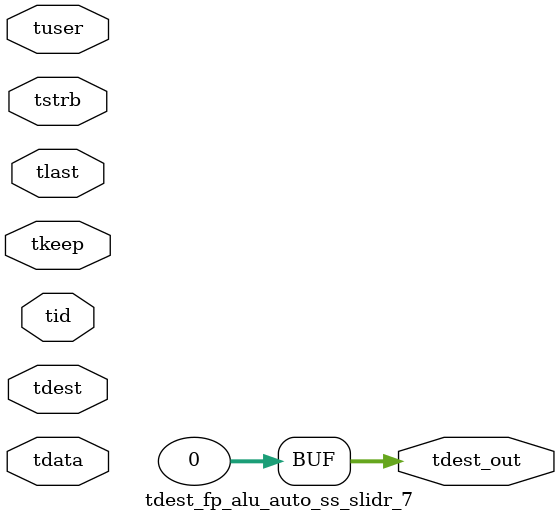
<source format=v>


`timescale 1ps/1ps

module tdest_fp_alu_auto_ss_slidr_7 #
(
parameter C_S_AXIS_TDATA_WIDTH = 32,
parameter C_S_AXIS_TUSER_WIDTH = 0,
parameter C_S_AXIS_TID_WIDTH   = 0,
parameter C_S_AXIS_TDEST_WIDTH = 0,
parameter C_M_AXIS_TDEST_WIDTH = 32
)
(
input  [(C_S_AXIS_TDATA_WIDTH == 0 ? 1 : C_S_AXIS_TDATA_WIDTH)-1:0     ] tdata,
input  [(C_S_AXIS_TUSER_WIDTH == 0 ? 1 : C_S_AXIS_TUSER_WIDTH)-1:0     ] tuser,
input  [(C_S_AXIS_TID_WIDTH   == 0 ? 1 : C_S_AXIS_TID_WIDTH)-1:0       ] tid,
input  [(C_S_AXIS_TDEST_WIDTH == 0 ? 1 : C_S_AXIS_TDEST_WIDTH)-1:0     ] tdest,
input  [(C_S_AXIS_TDATA_WIDTH/8)-1:0 ] tkeep,
input  [(C_S_AXIS_TDATA_WIDTH/8)-1:0 ] tstrb,
input                                                                    tlast,
output [C_M_AXIS_TDEST_WIDTH-1:0] tdest_out
);

assign tdest_out = {1'b0};

endmodule


</source>
